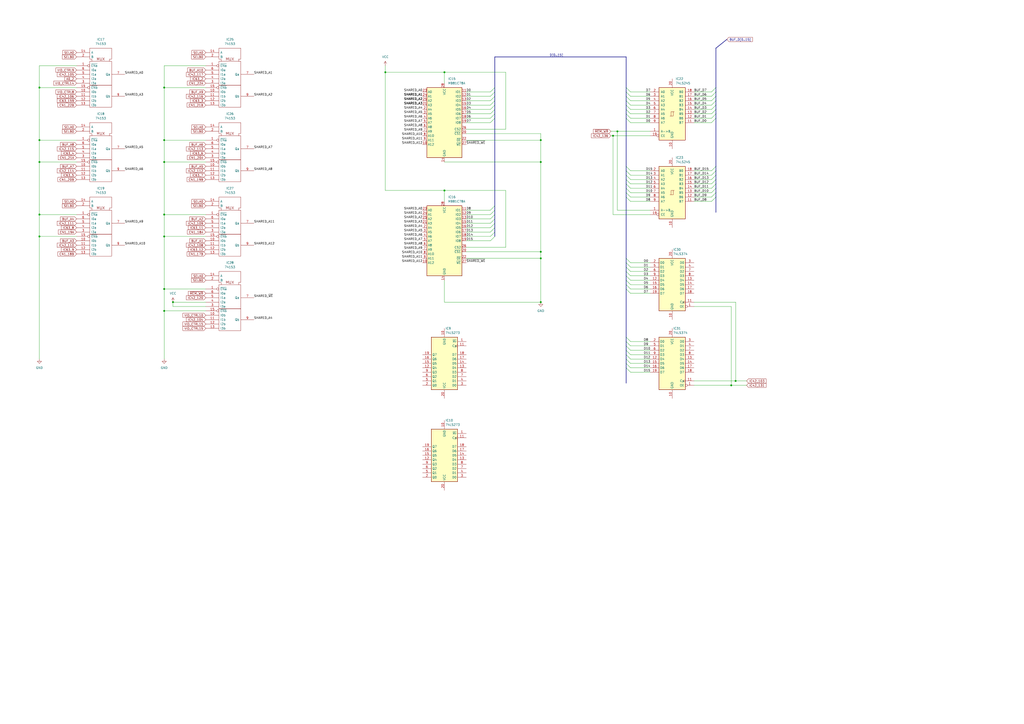
<source format=kicad_sch>
(kicad_sch (version 20211123) (generator eeschema)
  (paper "A2")
  (lib_symbols
    (symbol "74xx:74LS245" (pin_names (offset 1.016))
      (property "Reference" "U" (at -7.62 16.51 0))
      (property "Value" "74LS245" (at -7.62 -16.51 0))
      (symbol "74LS245_1_0"
        (polyline (pts (xy -0.635 -1.27) (xy -0.635 1.27) (xy 0.635 1.27)))
        (polyline (pts (xy -1.27 -1.27) (xy 0.635 -1.27) (xy 0.635 1.27) (xy 1.27 1.27)))
        (pin input line (at -12.7 -10.16 0) (length 5.08) (name "A->B") (number "1"))
        (pin power_in line (at 0 -20.32 90) (length 5.08) (name "GND") (number "10"))
        (pin tri_state line (at 12.7 -5.08 180) (length 5.08) (name "B7") (number "11"))
        (pin tri_state line (at 12.7 -2.54 180) (length 5.08) (name "B6") (number "12"))
        (pin tri_state line (at 12.7 0 180) (length 5.08) (name "B5") (number "13"))
        (pin tri_state line (at 12.7 2.54 180) (length 5.08) (name "B4") (number "14"))
        (pin tri_state line (at 12.7 5.08 180) (length 5.08) (name "B3") (number "15"))
        (pin tri_state line (at 12.7 7.62 180) (length 5.08) (name "B2") (number "16"))
        (pin tri_state line (at 12.7 10.16 180) (length 5.08) (name "B1") (number "17"))
        (pin tri_state line (at 12.7 12.7 180) (length 5.08) (name "B0") (number "18"))
        (pin input inverted (at -12.7 -12.7 0) (length 5.08) (name "CE") (number "19"))
        (pin tri_state line (at -12.7 12.7 0) (length 5.08) (name "A0") (number "2"))
        (pin power_in line (at 0 20.32 270) (length 5.08) (name "VCC") (number "20"))
        (pin tri_state line (at -12.7 10.16 0) (length 5.08) (name "A1") (number "3"))
        (pin tri_state line (at -12.7 7.62 0) (length 5.08) (name "A2") (number "4"))
        (pin tri_state line (at -12.7 5.08 0) (length 5.08) (name "A3") (number "5"))
        (pin tri_state line (at -12.7 2.54 0) (length 5.08) (name "A4") (number "6"))
        (pin tri_state line (at -12.7 0 0) (length 5.08) (name "A5") (number "7"))
        (pin tri_state line (at -12.7 -2.54 0) (length 5.08) (name "A6") (number "8"))
        (pin tri_state line (at -12.7 -5.08 0) (length 5.08) (name "A7") (number "9"))
      )
      (symbol "74LS245_1_1"
        (rectangle (start -7.62 15.24) (end 7.62 -15.24) (stroke (width 0.254)) (fill (type background)))
      )
    )
    (symbol "74xx:74LS273"
      (property "Reference" "U" (at -7.62 16.51 0))
      (property "Value" "74LS273" (at -7.62 -16.51 0))
      (symbol "74LS273_1_0"
        (pin input line (at -12.7 -12.7 0) (length 5.08) (name "~{Mr}") (number "1"))
        (pin power_in line (at 0 -20.32 90) (length 5.08) (name "GND") (number "10"))
        (pin input clock (at -12.7 -10.16 0) (length 5.08) (name "Cp") (number "11"))
        (pin output line (at 12.7 2.54 180) (length 5.08) (name "Q4") (number "12"))
        (pin input line (at -12.7 2.54 0) (length 5.08) (name "D4") (number "13"))
        (pin input line (at -12.7 0 0) (length 5.08) (name "D5") (number "14"))
        (pin output line (at 12.7 0 180) (length 5.08) (name "Q5") (number "15"))
        (pin output line (at 12.7 -2.54 180) (length 5.08) (name "Q6") (number "16"))
        (pin input line (at -12.7 -2.54 0) (length 5.08) (name "D6") (number "17"))
        (pin input line (at -12.7 -5.08 0) (length 5.08) (name "D7") (number "18"))
        (pin output line (at 12.7 -5.08 180) (length 5.08) (name "Q7") (number "19"))
        (pin output line (at 12.7 12.7 180) (length 5.08) (name "Q0") (number "2"))
        (pin power_in line (at 0 20.32 270) (length 5.08) (name "VCC") (number "20"))
        (pin input line (at -12.7 12.7 0) (length 5.08) (name "D0") (number "3"))
        (pin input line (at -12.7 10.16 0) (length 5.08) (name "D1") (number "4"))
        (pin output line (at 12.7 10.16 180) (length 5.08) (name "Q1") (number "5"))
        (pin output line (at 12.7 7.62 180) (length 5.08) (name "Q2") (number "6"))
        (pin input line (at -12.7 7.62 0) (length 5.08) (name "D2") (number "7"))
        (pin input line (at -12.7 5.08 0) (length 5.08) (name "D3") (number "8"))
        (pin output line (at 12.7 5.08 180) (length 5.08) (name "Q3") (number "9"))
      )
      (symbol "74LS273_1_1"
        (rectangle (start -7.62 15.24) (end 7.62 -15.24) (stroke (width 0.254)) (fill (type background)))
      )
    )
    (symbol "74xx:74LS374"
      (property "Reference" "U" (at -7.62 16.51 0))
      (property "Value" "74LS374" (at -7.62 -16.51 0))
      (symbol "74LS374_1_0"
        (pin input inverted (at -12.7 -12.7 0) (length 5.08) (name "OE") (number "1"))
        (pin power_in line (at 0 -20.32 90) (length 5.08) (name "GND") (number "10"))
        (pin input clock (at -12.7 -10.16 0) (length 5.08) (name "Cp") (number "11"))
        (pin tri_state line (at 12.7 2.54 180) (length 5.08) (name "O4") (number "12"))
        (pin input line (at -12.7 2.54 0) (length 5.08) (name "D4") (number "13"))
        (pin input line (at -12.7 0 0) (length 5.08) (name "D5") (number "14"))
        (pin tri_state line (at 12.7 0 180) (length 5.08) (name "O5") (number "15"))
        (pin tri_state line (at 12.7 -2.54 180) (length 5.08) (name "O6") (number "16"))
        (pin input line (at -12.7 -2.54 0) (length 5.08) (name "D6") (number "17"))
        (pin input line (at -12.7 -5.08 0) (length 5.08) (name "D7") (number "18"))
        (pin tri_state line (at 12.7 -5.08 180) (length 5.08) (name "O7") (number "19"))
        (pin tri_state line (at 12.7 12.7 180) (length 5.08) (name "O0") (number "2"))
        (pin power_in line (at 0 20.32 270) (length 5.08) (name "VCC") (number "20"))
        (pin input line (at -12.7 12.7 0) (length 5.08) (name "D0") (number "3"))
        (pin input line (at -12.7 10.16 0) (length 5.08) (name "D1") (number "4"))
        (pin tri_state line (at 12.7 10.16 180) (length 5.08) (name "O1") (number "5"))
        (pin tri_state line (at 12.7 7.62 180) (length 5.08) (name "O2") (number "6"))
        (pin input line (at -12.7 7.62 0) (length 5.08) (name "D2") (number "7"))
        (pin input line (at -12.7 5.08 0) (length 5.08) (name "D3") (number "8"))
        (pin tri_state line (at 12.7 5.08 180) (length 5.08) (name "O3") (number "9"))
      )
      (symbol "74LS374_1_1"
        (rectangle (start -7.62 15.24) (end 7.62 -15.24) (stroke (width 0.254)) (fill (type background)))
      )
    )
    (symbol "74xx_IEEE:74153" (pin_names (offset 0.762))
      (property "Reference" "U" (at 7.62 20.32 0))
      (property "Value" "74153" (at 3.81 -16.51 0))
      (symbol "74153_0_0"
        (rectangle (start -6.35 -2.54) (end 6.35 -15.24))
        (rectangle (start -6.35 11.43) (end 6.35 -2.54))
        (polyline (pts (xy -5.08 11.43) (xy -5.08 12.7) (xy -6.35 12.7) (xy -6.35 19.05) (xy 6.35 19.05) (xy 6.35 12.7) (xy 5.08 12.7) (xy 5.08 11.43) (xy 5.08 11.43)))
        (text "MUX" (at 0 12.7 0) (effects (font (size 1.524 1.524))))
        (pin power_in line (at 5.08 19.05 270) (length 0) hide (name "VCC") (number "16"))
        (pin power_in line (at 0 19.05 270) (length 0) hide (name "GND") (number "8"))
      )
      (symbol "74153_1_1"
        (pin input inverted (at -13.97 8.89 0) (length 7.62) (name "~{ENa}") (number "1"))
        (pin input line (at -13.97 -6.35 0) (length 7.62) (name "I0b") (number "10"))
        (pin input line (at -13.97 -8.89 0) (length 7.62) (name "I1b") (number "11"))
        (pin input line (at -13.97 -11.43 0) (length 7.62) (name "I2b") (number "12"))
        (pin input line (at -13.97 -13.97 0) (length 7.62) (name "I3b") (number "13"))
        (pin input line (at -13.97 16.51 0) (length 7.62) (name "A") (number "14"))
        (pin input inverted (at -13.97 -3.81 0) (length 7.62) (name "~{ENb}") (number "15"))
        (pin input line (at -13.97 13.97 0) (length 7.62) (name "B") (number "2"))
        (pin input line (at -13.97 -1.27 0) (length 7.62) (name "I3a") (number "3"))
        (pin input line (at -13.97 1.27 0) (length 7.62) (name "I2a") (number "4"))
        (pin input line (at -13.97 3.81 0) (length 7.62) (name "I1a") (number "5"))
        (pin input line (at -13.97 6.35 0) (length 7.62) (name "I0a") (number "6"))
        (pin output line (at 13.97 3.81 180) (length 7.62) (name "Qa") (number "7"))
        (pin output line (at 13.97 -8.89 180) (length 7.62) (name "Qb") (number "9"))
      )
    )
    (symbol "Irem:MB81C78A"
      (property "Reference" "U" (at -10.16 20.955 0))
      (property "Value" "MB81C78A" (at 8.89 21.59 0))
      (symbol "MB81C78A_0_0"
        (pin power_in line (at 0 -22.86 90) (length 2.54) (name "GND") (number "14"))
        (pin power_in line (at 0 22.86 270) (length 2.54) (name "VCC") (number "28"))
      )
      (symbol "MB81C78A_0_1"
        (rectangle (start -10.16 20.32) (end 10.16 -20.32) (stroke (width 0.254)) (fill (type background)))
      )
      (symbol "MB81C78A_1_1"
        (pin no_connect line (at -12.7 -17.78 0) (length 2.54) hide (name "NC") (number "1"))
        (pin input line (at -12.7 -12.7 0) (length 2.54) (name "A12") (number "10"))
        (pin tri_state line (at 12.7 17.78 180) (length 2.54) (name "IO1") (number "11"))
        (pin tri_state line (at 12.7 15.24 180) (length 2.54) (name "IO2") (number "12"))
        (pin tri_state line (at 12.7 12.7 180) (length 2.54) (name "IO3") (number "13"))
        (pin tri_state line (at 12.7 10.16 180) (length 2.54) (name "IO4") (number "15"))
        (pin tri_state line (at 12.7 7.62 180) (length 2.54) (name "IO5") (number "16"))
        (pin tri_state line (at 12.7 5.08 180) (length 2.54) (name "IO6") (number "17"))
        (pin tri_state line (at 12.7 2.54 180) (length 2.54) (name "IO7") (number "18"))
        (pin tri_state line (at 12.7 0 180) (length 2.54) (name "IO8") (number "19"))
        (pin input line (at -12.7 7.62 0) (length 2.54) (name "A4") (number "2"))
        (pin input line (at 12.7 -6.35 180) (length 2.54) (name "~{CS1}") (number "20"))
        (pin input line (at -12.7 10.16 0) (length 2.54) (name "A3") (number "21"))
        (pin input line (at 12.7 -10.16 180) (length 2.54) (name "~{OE}") (number "22"))
        (pin input line (at -12.7 17.78 0) (length 2.54) (name "A0") (number "23"))
        (pin input line (at -12.7 15.24 0) (length 2.54) (name "A1") (number "24"))
        (pin input line (at -12.7 12.7 0) (length 2.54) (name "A2") (number "25"))
        (pin input line (at 12.7 -3.81 180) (length 2.54) (name "CS2") (number "26"))
        (pin input line (at 12.7 -12.7 180) (length 2.54) (name "~{WE}") (number "27"))
        (pin input line (at -12.7 5.08 0) (length 2.54) (name "A5") (number "3"))
        (pin input line (at -12.7 2.54 0) (length 2.54) (name "A6") (number "4"))
        (pin input line (at -12.7 0 0) (length 2.54) (name "A7") (number "5"))
        (pin input line (at -12.7 -2.54 0) (length 2.54) (name "A8") (number "6"))
        (pin input line (at -12.7 -5.08 0) (length 2.54) (name "A9") (number "7"))
        (pin input line (at -12.7 -7.62 0) (length 2.54) (name "A10") (number "8"))
        (pin input line (at -12.7 -10.16 0) (length 2.54) (name "A11") (number "9"))
      )
    )
    (symbol "power:GND" (power) (pin_names (offset 0))
      (property "Value" "GND" (at 0 -3.81 0))
      (symbol "GND_0_1"
        (polyline (pts (xy 0 0) (xy 0 -1.27) (xy 1.27 -1.27) (xy 0 -2.54) (xy -1.27 -1.27) (xy 0 -1.27)))
      )
      (symbol "GND_1_1"
        (pin power_in line (at 0 0 270) (length 0) hide (name "GND") (number "1"))
      )
    )
    (symbol "power:VCC" (power) (pin_names (offset 0))
      (property "Value" "VCC" (at 0 3.81 0))
      (symbol "VCC_0_1"
        (polyline (pts (xy -0.762 1.27) (xy 0 2.54)))
        (polyline (pts (xy 0 0) (xy 0 2.54)))
        (polyline (pts (xy 0 2.54) (xy 0.762 1.27)))
      )
      (symbol "VCC_1_1"
        (pin power_in line (at 0 0 90) (length 0) hide (name "VCC") (number "1"))
      )
    )
  )
  (junction (at 95.25 167.64))
  (junction (at 95.25 137.16))
  (junction (at 95.25 81.28))
  (junction (at 223.52 41.91))
  (junction (at 95.25 124.46))
  (junction (at 313.69 149.86))
  (junction (at 257.81 41.91))
  (junction (at 95.25 50.8))
  (junction (at 22.86 81.28))
  (junction (at 355.6 78.74))
  (junction (at 95.25 180.34))
  (junction (at 313.69 175.26))
  (junction (at 22.86 50.8))
  (junction (at 100.33 175.26))
  (junction (at 257.81 110.49))
  (junction (at 426.72 220.98))
  (junction (at 313.69 146.05))
  (junction (at 313.69 81.28))
  (junction (at 22.86 137.16))
  (junction (at 22.86 124.46))
  (junction (at 22.86 93.98))
  (junction (at 358.14 76.2))
  (junction (at 95.25 93.98))
  (junction (at 313.69 93.98))
  (junction (at 424.18 223.52))
  (bus_entry (at 415.29 111.76) (size -2.54 2.54))
  (bus_entry (at 287.02 68.58) (size -2.54 2.54))
  (bus_entry (at 363.22 99.06) (size 2.54 2.54))
  (bus_entry (at 363.22 53.34) (size 2.54 2.54))
  (bus_entry (at 415.29 55.88) (size -2.54 2.54))
  (bus_entry (at 363.22 55.88) (size 2.54 2.54))
  (bus_entry (at 363.22 154.94) (size 2.54 2.54))
  (bus_entry (at 363.22 162.56) (size 2.54 2.54))
  (bus_entry (at 363.22 203.2) (size 2.54 2.54))
  (bus_entry (at 363.22 210.82) (size 2.54 2.54))
  (bus_entry (at 287.02 55.88) (size -2.54 2.54))
  (bus_entry (at 363.22 160.02) (size 2.54 2.54))
  (bus_entry (at 363.22 198.12) (size 2.54 2.54))
  (bus_entry (at 415.29 99.06) (size -2.54 2.54))
  (bus_entry (at 363.22 149.86) (size 2.54 2.54))
  (bus_entry (at 287.02 66.04) (size -2.54 2.54))
  (bus_entry (at 415.29 104.14) (size -2.54 2.54))
  (bus_entry (at 363.22 200.66) (size 2.54 2.54))
  (bus_entry (at 415.29 60.96) (size -2.54 2.54))
  (bus_entry (at 363.22 165.1) (size 2.54 2.54))
  (bus_entry (at 287.02 124.46) (size -2.54 2.54))
  (bus_entry (at 287.02 50.8) (size -2.54 2.54))
  (bus_entry (at 287.02 63.5) (size -2.54 2.54))
  (bus_entry (at 363.22 152.4) (size 2.54 2.54))
  (bus_entry (at 415.29 106.68) (size -2.54 2.54))
  (bus_entry (at 287.02 127) (size -2.54 2.54))
  (bus_entry (at 363.22 157.48) (size 2.54 2.54))
  (bus_entry (at 415.29 53.34) (size -2.54 2.54))
  (bus_entry (at 363.22 104.14) (size 2.54 2.54))
  (bus_entry (at 287.02 132.08) (size -2.54 2.54))
  (bus_entry (at 415.29 101.6) (size -2.54 2.54))
  (bus_entry (at 363.22 58.42) (size 2.54 2.54))
  (bus_entry (at 415.29 66.04) (size -2.54 2.54))
  (bus_entry (at 287.02 121.92) (size -2.54 2.54))
  (bus_entry (at 363.22 60.96) (size 2.54 2.54))
  (bus_entry (at 415.29 109.22) (size -2.54 2.54))
  (bus_entry (at 363.22 109.22) (size 2.54 2.54))
  (bus_entry (at 287.02 129.54) (size -2.54 2.54))
  (bus_entry (at 287.02 60.96) (size -2.54 2.54))
  (bus_entry (at 363.22 114.3) (size 2.54 2.54))
  (bus_entry (at 415.29 50.8) (size -2.54 2.54))
  (bus_entry (at 363.22 106.68) (size 2.54 2.54))
  (bus_entry (at 415.29 58.42) (size -2.54 2.54))
  (bus_entry (at 415.29 96.52) (size -2.54 2.54))
  (bus_entry (at 287.02 58.42) (size -2.54 2.54))
  (bus_entry (at 415.29 68.58) (size -2.54 2.54))
  (bus_entry (at 363.22 66.04) (size 2.54 2.54))
  (bus_entry (at 287.02 119.38) (size -2.54 2.54))
  (bus_entry (at 363.22 68.58) (size 2.54 2.54))
  (bus_entry (at 363.22 96.52) (size 2.54 2.54))
  (bus_entry (at 363.22 208.28) (size 2.54 2.54))
  (bus_entry (at 363.22 167.64) (size 2.54 2.54))
  (bus_entry (at 363.22 101.6) (size 2.54 2.54))
  (bus_entry (at 363.22 50.8) (size 2.54 2.54))
  (bus_entry (at 363.22 205.74) (size 2.54 2.54))
  (bus_entry (at 363.22 111.76) (size 2.54 2.54))
  (bus_entry (at 415.29 63.5) (size -2.54 2.54))
  (bus_entry (at 287.02 137.16) (size -2.54 2.54))
  (bus_entry (at 363.22 195.58) (size 2.54 2.54))
  (bus_entry (at 363.22 63.5) (size 2.54 2.54))
  (bus_entry (at 363.22 213.36) (size 2.54 2.54))
  (bus_entry (at 415.29 114.3) (size -2.54 2.54))
  (bus_entry (at 287.02 53.34) (size -2.54 2.54))
  (bus_entry (at 287.02 134.62) (size -2.54 2.54))
  (bus (pts (xy 287.02 124.46) (xy 287.02 121.92)))
  (bus (pts (xy 421.64 22.86) (xy 415.29 27.94)))
  (wire (pts (xy 412.75 66.04) (xy 402.59 66.04)))
  (wire (pts (xy 355.6 124.46) (xy 355.6 78.74)))
  (wire (pts (xy 412.75 104.14) (xy 402.59 104.14)))
  (wire (pts (xy 412.75 114.3) (xy 402.59 114.3)))
  (bus (pts (xy 415.29 53.34) (xy 415.29 55.88)))
  (wire (pts (xy 354.33 76.2) (xy 358.14 76.2)))
  (wire (pts (xy 313.69 77.47) (xy 313.69 81.28)))
  (wire (pts (xy 284.48 66.04) (xy 270.51 66.04)))
  (wire (pts (xy 365.76 116.84) (xy 377.19 116.84)))
  (wire (pts (xy 365.76 210.82) (xy 377.19 210.82)))
  (bus (pts (xy 287.02 33.02) (xy 363.22 33.02)))
  (wire (pts (xy 365.76 154.94) (xy 377.19 154.94)))
  (wire (pts (xy 270.51 149.86) (xy 313.69 149.86)))
  (wire (pts (xy 313.69 149.86) (xy 313.69 175.26)))
  (wire (pts (xy 270.51 81.28) (xy 313.69 81.28)))
  (bus (pts (xy 363.22 101.6) (xy 363.22 104.14)))
  (wire (pts (xy 365.76 101.6) (xy 377.19 101.6)))
  (wire (pts (xy 358.14 121.92) (xy 358.14 76.2)))
  (bus (pts (xy 415.29 96.52) (xy 415.29 99.06)))
  (wire (pts (xy 377.19 124.46) (xy 355.6 124.46)))
  (wire (pts (xy 284.48 53.34) (xy 270.51 53.34)))
  (bus (pts (xy 287.02 137.16) (xy 287.02 134.62)))
  (bus (pts (xy 363.22 99.06) (xy 363.22 101.6)))
  (wire (pts (xy 119.38 167.64) (xy 95.25 167.64)))
  (wire (pts (xy 284.48 134.62) (xy 270.51 134.62)))
  (bus (pts (xy 287.02 60.96) (xy 287.02 58.42)))
  (wire (pts (xy 412.75 68.58) (xy 402.59 68.58)))
  (wire (pts (xy 402.59 177.8) (xy 424.18 177.8)))
  (wire (pts (xy 426.72 175.26) (xy 426.72 220.98)))
  (wire (pts (xy 284.48 68.58) (xy 270.51 68.58)))
  (bus (pts (xy 287.02 55.88) (xy 287.02 53.34)))
  (wire (pts (xy 44.45 81.28) (xy 22.86 81.28)))
  (wire (pts (xy 313.69 93.98) (xy 313.69 146.05)))
  (wire (pts (xy 293.37 41.91) (xy 257.81 41.91)))
  (wire (pts (xy 365.76 152.4) (xy 377.19 152.4)))
  (bus (pts (xy 415.29 68.58) (xy 415.29 96.52)))
  (wire (pts (xy 365.76 53.34) (xy 377.19 53.34)))
  (bus (pts (xy 363.22 53.34) (xy 363.22 55.88)))
  (bus (pts (xy 415.29 101.6) (xy 415.29 104.14)))
  (wire (pts (xy 365.76 157.48) (xy 377.19 157.48)))
  (bus (pts (xy 363.22 58.42) (xy 363.22 60.96)))
  (bus (pts (xy 415.29 58.42) (xy 415.29 60.96)))
  (wire (pts (xy 412.75 101.6) (xy 402.59 101.6)))
  (bus (pts (xy 363.22 162.56) (xy 363.22 165.1)))
  (wire (pts (xy 22.86 208.28) (xy 22.86 137.16)))
  (bus (pts (xy 363.22 66.04) (xy 363.22 68.58)))
  (wire (pts (xy 95.25 93.98) (xy 95.25 81.28)))
  (wire (pts (xy 270.51 74.93) (xy 293.37 74.93)))
  (wire (pts (xy 95.25 208.28) (xy 95.25 180.34)))
  (wire (pts (xy 365.76 200.66) (xy 377.19 200.66)))
  (bus (pts (xy 363.22 96.52) (xy 363.22 99.06)))
  (wire (pts (xy 426.72 220.98) (xy 402.59 220.98)))
  (bus (pts (xy 363.22 213.36) (xy 363.22 222.25)))
  (bus (pts (xy 363.22 60.96) (xy 363.22 63.5)))
  (bus (pts (xy 415.29 60.96) (xy 415.29 63.5)))
  (wire (pts (xy 365.76 63.5) (xy 377.19 63.5)))
  (bus (pts (xy 287.02 132.08) (xy 287.02 129.54)))
  (bus (pts (xy 415.29 50.8) (xy 415.29 53.34)))
  (wire (pts (xy 119.38 81.28) (xy 95.25 81.28)))
  (wire (pts (xy 365.76 162.56) (xy 377.19 162.56)))
  (bus (pts (xy 363.22 198.12) (xy 363.22 200.66)))
  (bus (pts (xy 363.22 208.28) (xy 363.22 210.82)))
  (wire (pts (xy 355.6 78.74) (xy 377.19 78.74)))
  (wire (pts (xy 365.76 68.58) (xy 377.19 68.58)))
  (wire (pts (xy 223.52 41.91) (xy 223.52 110.49)))
  (wire (pts (xy 412.75 109.22) (xy 402.59 109.22)))
  (bus (pts (xy 363.22 205.74) (xy 363.22 208.28)))
  (wire (pts (xy 44.45 124.46) (xy 22.86 124.46)))
  (wire (pts (xy 119.38 180.34) (xy 95.25 180.34)))
  (bus (pts (xy 363.22 111.76) (xy 363.22 114.3)))
  (bus (pts (xy 415.29 114.3) (xy 415.29 123.19)))
  (wire (pts (xy 223.52 38.1) (xy 223.52 41.91)))
  (wire (pts (xy 293.37 110.49) (xy 257.81 110.49)))
  (wire (pts (xy 424.18 223.52) (xy 433.07 223.52)))
  (bus (pts (xy 415.29 111.76) (xy 415.29 114.3)))
  (bus (pts (xy 363.22 149.86) (xy 363.22 152.4)))
  (bus (pts (xy 363.22 154.94) (xy 363.22 157.48)))
  (bus (pts (xy 415.29 99.06) (xy 415.29 101.6)))
  (wire (pts (xy 257.81 162.56) (xy 257.81 175.26)))
  (wire (pts (xy 412.75 60.96) (xy 402.59 60.96)))
  (wire (pts (xy 22.86 93.98) (xy 22.86 81.28)))
  (bus (pts (xy 363.22 200.66) (xy 363.22 203.2)))
  (wire (pts (xy 44.45 50.8) (xy 22.86 50.8)))
  (wire (pts (xy 365.76 99.06) (xy 377.19 99.06)))
  (wire (pts (xy 424.18 177.8) (xy 424.18 223.52)))
  (wire (pts (xy 257.81 175.26) (xy 313.69 175.26)))
  (wire (pts (xy 412.75 53.34) (xy 402.59 53.34)))
  (wire (pts (xy 365.76 106.68) (xy 377.19 106.68)))
  (wire (pts (xy 402.59 175.26) (xy 426.72 175.26)))
  (wire (pts (xy 365.76 58.42) (xy 377.19 58.42)))
  (wire (pts (xy 284.48 71.12) (xy 270.51 71.12)))
  (bus (pts (xy 363.22 63.5) (xy 363.22 66.04)))
  (wire (pts (xy 365.76 167.64) (xy 377.19 167.64)))
  (wire (pts (xy 313.69 81.28) (xy 313.69 93.98)))
  (wire (pts (xy 95.25 50.8) (xy 95.25 38.1)))
  (wire (pts (xy 270.51 143.51) (xy 293.37 143.51)))
  (bus (pts (xy 287.02 68.58) (xy 287.02 66.04)))
  (wire (pts (xy 412.75 99.06) (xy 402.59 99.06)))
  (wire (pts (xy 257.81 93.98) (xy 313.69 93.98)))
  (wire (pts (xy 365.76 203.2) (xy 377.19 203.2)))
  (wire (pts (xy 284.48 132.08) (xy 270.51 132.08)))
  (wire (pts (xy 257.81 48.26) (xy 257.81 41.91)))
  (bus (pts (xy 363.22 109.22) (xy 363.22 111.76)))
  (wire (pts (xy 284.48 139.7) (xy 270.51 139.7)))
  (bus (pts (xy 415.29 104.14) (xy 415.29 106.68)))
  (wire (pts (xy 22.86 124.46) (xy 22.86 93.98)))
  (wire (pts (xy 284.48 121.92) (xy 270.51 121.92)))
  (wire (pts (xy 365.76 104.14) (xy 377.19 104.14)))
  (wire (pts (xy 44.45 93.98) (xy 22.86 93.98)))
  (bus (pts (xy 415.29 55.88) (xy 415.29 58.42)))
  (wire (pts (xy 365.76 160.02) (xy 377.19 160.02)))
  (wire (pts (xy 95.25 124.46) (xy 95.25 93.98)))
  (wire (pts (xy 270.51 146.05) (xy 313.69 146.05)))
  (bus (pts (xy 363.22 114.3) (xy 363.22 149.86)))
  (wire (pts (xy 22.86 50.8) (xy 22.86 38.1)))
  (bus (pts (xy 363.22 55.88) (xy 363.22 58.42)))
  (wire (pts (xy 365.76 213.36) (xy 377.19 213.36)))
  (wire (pts (xy 365.76 60.96) (xy 377.19 60.96)))
  (bus (pts (xy 287.02 63.5) (xy 287.02 60.96)))
  (wire (pts (xy 257.81 41.91) (xy 223.52 41.91)))
  (bus (pts (xy 287.02 121.92) (xy 287.02 119.38)))
  (wire (pts (xy 95.25 137.16) (xy 95.25 124.46)))
  (wire (pts (xy 284.48 60.96) (xy 270.51 60.96)))
  (wire (pts (xy 365.76 114.3) (xy 377.19 114.3)))
  (wire (pts (xy 284.48 63.5) (xy 270.51 63.5)))
  (wire (pts (xy 412.75 106.68) (xy 402.59 106.68)))
  (bus (pts (xy 287.02 127) (xy 287.02 124.46)))
  (wire (pts (xy 365.76 66.04) (xy 377.19 66.04)))
  (bus (pts (xy 415.29 109.22) (xy 415.29 111.76)))
  (wire (pts (xy 119.38 93.98) (xy 95.25 93.98)))
  (wire (pts (xy 119.38 137.16) (xy 95.25 137.16)))
  (bus (pts (xy 363.22 160.02) (xy 363.22 162.56)))
  (wire (pts (xy 293.37 74.93) (xy 293.37 41.91)))
  (wire (pts (xy 284.48 137.16) (xy 270.51 137.16)))
  (wire (pts (xy 354.33 78.74) (xy 355.6 78.74)))
  (bus (pts (xy 363.22 106.68) (xy 363.22 109.22)))
  (bus (pts (xy 363.22 195.58) (xy 363.22 198.12)))
  (wire (pts (xy 365.76 170.18) (xy 377.19 170.18)))
  (wire (pts (xy 119.38 124.46) (xy 95.25 124.46)))
  (wire (pts (xy 365.76 109.22) (xy 377.19 109.22)))
  (wire (pts (xy 412.75 71.12) (xy 402.59 71.12)))
  (bus (pts (xy 363.22 33.02) (xy 363.22 50.8)))
  (bus (pts (xy 287.02 53.34) (xy 287.02 50.8)))
  (wire (pts (xy 257.81 116.84) (xy 257.81 110.49)))
  (wire (pts (xy 412.75 63.5) (xy 402.59 63.5)))
  (wire (pts (xy 100.33 175.26) (xy 119.38 175.26)))
  (bus (pts (xy 287.02 119.38) (xy 287.02 68.58)))
  (bus (pts (xy 363.22 210.82) (xy 363.22 213.36)))
  (wire (pts (xy 270.51 77.47) (xy 313.69 77.47)))
  (bus (pts (xy 363.22 165.1) (xy 363.22 167.64)))
  (bus (pts (xy 287.02 58.42) (xy 287.02 55.88)))
  (wire (pts (xy 412.75 58.42) (xy 402.59 58.42)))
  (wire (pts (xy 284.48 124.46) (xy 270.51 124.46)))
  (wire (pts (xy 22.86 81.28) (xy 22.86 50.8)))
  (wire (pts (xy 22.86 38.1) (xy 44.45 38.1)))
  (bus (pts (xy 363.22 167.64) (xy 363.22 195.58)))
  (wire (pts (xy 284.48 127) (xy 270.51 127)))
  (bus (pts (xy 415.29 66.04) (xy 415.29 68.58)))
  (wire (pts (xy 22.86 137.16) (xy 22.86 124.46)))
  (wire (pts (xy 412.75 116.84) (xy 402.59 116.84)))
  (wire (pts (xy 95.25 180.34) (xy 95.25 167.64)))
  (wire (pts (xy 313.69 146.05) (xy 313.69 149.86)))
  (bus (pts (xy 415.29 27.94) (xy 415.29 50.8)))
  (wire (pts (xy 95.25 38.1) (xy 119.38 38.1)))
  (wire (pts (xy 95.25 81.28) (xy 95.25 50.8)))
  (wire (pts (xy 365.76 205.74) (xy 377.19 205.74)))
  (wire (pts (xy 44.45 137.16) (xy 22.86 137.16)))
  (bus (pts (xy 363.22 203.2) (xy 363.22 205.74)))
  (wire (pts (xy 119.38 50.8) (xy 95.25 50.8)))
  (bus (pts (xy 363.22 68.58) (xy 363.22 96.52)))
  (wire (pts (xy 95.25 167.64) (xy 95.25 137.16)))
  (wire (pts (xy 365.76 165.1) (xy 377.19 165.1)))
  (wire (pts (xy 412.75 111.76) (xy 402.59 111.76)))
  (wire (pts (xy 284.48 55.88) (xy 270.51 55.88)))
  (wire (pts (xy 358.14 76.2) (xy 377.19 76.2)))
  (wire (pts (xy 412.75 55.88) (xy 402.59 55.88)))
  (wire (pts (xy 377.19 121.92) (xy 358.14 121.92)))
  (bus (pts (xy 287.02 129.54) (xy 287.02 127)))
  (bus (pts (xy 363.22 157.48) (xy 363.22 160.02)))
  (wire (pts (xy 365.76 198.12) (xy 377.19 198.12)))
  (bus (pts (xy 363.22 50.8) (xy 363.22 53.34)))
  (bus (pts (xy 363.22 104.14) (xy 363.22 106.68)))
  (wire (pts (xy 433.07 220.98) (xy 426.72 220.98)))
  (wire (pts (xy 257.81 110.49) (xy 223.52 110.49)))
  (bus (pts (xy 287.02 66.04) (xy 287.02 63.5)))
  (wire (pts (xy 365.76 71.12) (xy 377.19 71.12)))
  (wire (pts (xy 284.48 58.42) (xy 270.51 58.42)))
  (wire (pts (xy 365.76 55.88) (xy 377.19 55.88)))
  (bus (pts (xy 363.22 152.4) (xy 363.22 154.94)))
  (wire (pts (xy 365.76 208.28) (xy 377.19 208.28)))
  (bus (pts (xy 287.02 134.62) (xy 287.02 132.08)))
  (wire (pts (xy 100.33 177.8) (xy 100.33 175.26)))
  (wire (pts (xy 365.76 215.9) (xy 377.19 215.9)))
  (wire (pts (xy 293.37 143.51) (xy 293.37 110.49)))
  (bus (pts (xy 287.02 50.8) (xy 287.02 33.02)))
  (wire (pts (xy 284.48 129.54) (xy 270.51 129.54)))
  (wire (pts (xy 119.38 177.8) (xy 100.33 177.8)))
  (bus (pts (xy 415.29 63.5) (xy 415.29 66.04)))
  (wire (pts (xy 365.76 111.76) (xy 377.19 111.76)))
  (wire (pts (xy 402.59 223.52) (xy 424.18 223.52)))
  (bus (pts (xy 415.29 106.68) (xy 415.29 109.22)))
  (label "D6" (at 374.65 55.88 0))
  (label "D3" (at 374.65 63.5 0))
  (label "SHARED_A3" (at 245.11 60.96 180))
  (label "SHARED_A10" (at 245.11 147.32 180))
  (label "BUF_D2" (at 402.59 66.04 0))
  (label "D8" (at 373.38 198.12 0))
  (label "D15" (at 373.38 215.9 0))
  (label "D1" (at 270.51 55.88 0))
  (label "BUF_D8" (at 402.59 116.84 0))
  (label "D7" (at 374.65 53.34 0))
  (label "D2" (at 270.51 58.42 0))
  (label "D10" (at 373.38 203.2 0))
  (label "SHARED_A4" (at 245.11 132.08 180))
  (label "SHARED_A9" (at 245.11 144.78 180))
  (label "SHARED_A2" (at 245.11 58.42 180))
  (label "BUF_D13" (at 402.59 104.14 0))
  (label "SHARED_A8" (at 147.32 99.06 0))
  (label "SHARED_A0" (at 245.11 121.92 180))
  (label "D9" (at 270.51 124.46 0))
  (label "BUF_D11" (at 402.59 109.22 0))
  (label "BUF_D9" (at 402.59 114.3 0))
  (label "SHARED_A12" (at 147.32 142.24 0))
  (label "D4" (at 373.38 162.56 0))
  (label "BUF_D0" (at 402.59 71.12 0))
  (label "BUF_D1" (at 402.59 68.58 0))
  (label "D14" (at 270.51 137.16 0))
  (label "BUF_D12" (at 402.59 106.68 0))
  (label "SHARED_A6" (at 245.11 137.16 180))
  (label "D6" (at 270.51 68.58 0))
  (label "D11" (at 270.51 129.54 0))
  (label "~{SHARED_WE}" (at 270.51 83.82 0))
  (label "D13" (at 270.51 134.62 0))
  (label "SHARED_A2" (at 147.32 55.88 0))
  (label "BUF_D3" (at 402.59 63.5 0))
  (label "SHARED_A1" (at 245.11 55.88 180))
  (label "D13" (at 373.38 210.82 0))
  (label "~{SHARED_WE}" (at 270.51 152.4 0))
  (label "SHARED_A7" (at 245.11 139.7 180))
  (label "D3" (at 373.38 160.02 0))
  (label "SHARED_A1" (at 147.32 43.18 0))
  (label "SHARED_A8" (at 245.11 142.24 180))
  (label "D14" (at 373.38 213.36 0))
  (label "D6" (at 373.38 167.64 0))
  (label "D12" (at 270.51 132.08 0))
  (label "D15" (at 374.65 99.06 0))
  (label "SHARED_A2" (at 245.11 58.42 180))
  (label "D12" (at 373.38 208.28 0))
  (label "D10" (at 270.51 127 0))
  (label "SHARED_A11" (at 245.11 149.86 180))
  (label "D4" (at 270.51 63.5 0))
  (label "SHARED_A0" (at 245.11 53.34 180))
  (label "SHARED_A8" (at 245.11 73.66 180))
  (label "D1" (at 374.65 68.58 0))
  (label "D15" (at 270.51 139.7 0))
  (label "D3" (at 270.51 60.96 0))
  (label "SHARED_A5" (at 245.11 134.62 180))
  (label "SHARED_A2" (at 245.11 127 180))
  (label "BUF_D15" (at 402.59 99.06 0))
  (label "SHARED_A11" (at 245.11 81.28 180))
  (label "SHARED_A10" (at 245.11 78.74 180))
  (label "SHARED_A4" (at 245.11 63.5 180))
  (label "BUF_D4" (at 402.59 60.96 0))
  (label "SHARED_A6" (at 245.11 68.58 180))
  (label "D14" (at 374.65 101.6 0))
  (label "SHARED_A3" (at 72.39 55.88 0))
  (label "SHARED_A3" (at 245.11 60.96 180))
  (label "SHARED_~{WE}" (at 147.32 172.72 0))
  (label "BUF_D6" (at 402.59 55.88 0))
  (label "D7" (at 270.51 71.12 0))
  (label "SHARED_A11" (at 147.32 129.54 0))
  (label "D5" (at 374.65 58.42 0))
  (label "D0" (at 374.65 71.12 0))
  (label "SHARED_A7" (at 147.32 86.36 0))
  (label "SHARED_A0" (at 72.39 43.18 0))
  (label "D12" (at 374.65 106.68 0))
  (label "SHARED_A12" (at 245.11 83.82 180))
  (label "BUF_D7" (at 402.59 53.34 0))
  (label "D0" (at 373.38 152.4 0))
  (label "D9" (at 373.38 200.66 0))
  (label "D1" (at 373.38 154.94 0))
  (label "D[0..15]" (at 318.77 33.02 0))
  (label "D9" (at 374.65 114.3 0))
  (label "SHARED_A9" (at 245.11 76.2 180))
  (label "SHARED_A10" (at 72.39 142.24 0))
  (label "SHARED_A6" (at 72.39 99.06 0))
  (label "D11" (at 374.65 109.22 0))
  (label "SHARED_A12" (at 245.11 152.4 180))
  (label "BUF_D5" (at 402.59 58.42 0))
  (label "D13" (at 374.65 104.14 0))
  (label "D0" (at 270.51 53.34 0))
  (label "SHARED_A4" (at 147.32 185.42 0))
  (label "SHARED_A5" (at 72.39 86.36 0))
  (label "BUF_D10" (at 402.59 111.76 0))
  (label "D5" (at 373.38 165.1 0))
  (label "SHARED_A3" (at 245.11 129.54 180))
  (label "D11" (at 373.38 205.74 0))
  (label "SHARED_A9" (at 72.39 129.54 0))
  (label "BUF_D14" (at 402.59 101.6 0))
  (label "D2" (at 374.65 66.04 0))
  (label "SHARED_A7" (at 245.11 71.12 180))
  (label "D8" (at 270.51 121.92 0))
  (label "SHARED_A5" (at 245.11 66.04 180))
  (label "D7" (at 373.38 170.18 0))
  (label "D4" (at 374.65 60.96 0))
  (label "D10" (at 374.65 111.76 0))
  (label "D5" (at 270.51 66.04 0))
  (label "SHARED_A1" (at 245.11 55.88 180))
  (label "D8" (at 374.65 116.84 0))
  (label "SHARED_A1" (at 245.11 124.46 180))
  (label "D2" (at 373.38 157.48 0))
  (global_label "SELB0" (shape input) (at 119.38 162.56 180) (property "Intersheet References" "${INTERSHEET_REFS}" (effects hide)))
  (global_label "IC63_11" (shape input) (at 119.38 132.08 180) (property "Intersheet References" "${INTERSHEET_REFS}" (effects hide)))
  (global_label "CN1_17B" (shape input) (at 119.38 147.32 180) (property "Intersheet References" "${INTERSHEET_REFS}" (effects hide)))
  (global_label "IC42_120" (shape input) (at 119.38 172.72 180) (property "Intersheet References" "${INTERSHEET_REFS}" (effects hide)))
  (global_label "SELA0" (shape input) (at 119.38 160.02 180) (property "Intersheet References" "${INTERSHEET_REFS}" (effects hide)))
  (global_label "BUF_A9" (shape input) (at 119.38 53.34 180) (property "Intersheet References" "${INTERSHEET_REFS}" (effects hide)))
  (global_label "VID_CTRL8" (shape input) (at 44.45 53.34 180) (property "Intersheet References" "${INTERSHEET_REFS}" (effects hide)))
  (global_label "IC42_108" (shape input) (at 119.38 142.24 180) (property "Intersheet References" "${INTERSHEET_REFS}" (effects hide)))
  (global_label "IC63_8" (shape input) (at 44.45 132.08 180) (property "Intersheet References" "${INTERSHEET_REFS}" (effects hide)))
  (global_label "VID_CTRL10" (shape input) (at 119.38 182.88 180) (property "Intersheet References" "${INTERSHEET_REFS}" (effects hide)))
  (global_label "SELA0" (shape input) (at 44.45 116.84 180) (property "Intersheet References" "${INTERSHEET_REFS}" (effects hide)))
  (global_label "SELB0" (shape input) (at 119.38 33.02 180) (property "Intersheet References" "${INTERSHEET_REFS}" (effects hide)))
  (global_label "IC63_2" (shape input) (at 119.38 45.72 180) (property "Intersheet References" "${INTERSHEET_REFS}" (effects hide)))
  (global_label "IC63_9" (shape input) (at 44.45 144.78 180) (property "Intersheet References" "${INTERSHEET_REFS}" (effects hide)))
  (global_label "BUF_A6" (shape input) (at 119.38 83.82 180) (property "Intersheet References" "${INTERSHEET_REFS}" (effects hide)))
  (global_label "IC42_106" (shape input) (at 44.45 55.88 180) (property "Intersheet References" "${INTERSHEET_REFS}" (effects hide)))
  (global_label "CN1_21A" (shape input) (at 44.45 91.44 180) (property "Intersheet References" "${INTERSHEET_REFS}" (effects hide)))
  (global_label "CN1_22B" (shape input) (at 44.45 60.96 180) (property "Intersheet References" "${INTERSHEET_REFS}" (effects hide)))
  (global_label "BUF_D[0..15]" (shape input) (at 421.64 22.86 0) (property "Intersheet References" "${INTERSHEET_REFS}" (effects hide)))
  (global_label "IC42_111" (shape input) (at 44.45 129.54 180) (property "Intersheet References" "${INTERSHEET_REFS}" (effects hide)))
  (global_label "BUF_A8" (shape input) (at 44.45 83.82 180) (property "Intersheet References" "${INTERSHEET_REFS}" (effects hide)))
  (global_label "IC42_114" (shape input) (at 44.45 99.06 180) (property "Intersheet References" "${INTERSHEET_REFS}" (effects hide)))
  (global_label "IC63_3" (shape input) (at 119.38 58.42 180) (property "Intersheet References" "${INTERSHEET_REFS}" (effects hide)))
  (global_label "CN1_22A" (shape input) (at 119.38 48.26 180) (property "Intersheet References" "${INTERSHEET_REFS}" (effects hide)))
  (global_label "CN1_21B" (shape input) (at 119.38 60.96 180) (property "Intersheet References" "${INTERSHEET_REFS}" (effects hide)))
  (global_label "CN1_19B" (shape input) (at 119.38 104.14 180) (property "Intersheet References" "${INTERSHEET_REFS}" (effects hide)))
  (global_label "BUF_A1" (shape input) (at 119.38 139.7 180) (property "Intersheet References" "${INTERSHEET_REFS}" (effects hide)))
  (global_label "SELB0" (shape input) (at 119.38 76.2 180) (property "Intersheet References" "${INTERSHEET_REFS}" (effects hide)))
  (global_label "IC63_6" (shape input) (at 119.38 88.9 180) (property "Intersheet References" "${INTERSHEET_REFS}" (effects hide)))
  (global_label "IC63_12" (shape input) (at 119.38 144.78 180) (property "Intersheet References" "${INTERSHEET_REFS}" (effects hide)))
  (global_label "VID_CTRL9" (shape input) (at 44.45 40.64 180) (property "Intersheet References" "${INTERSHEET_REFS}" (effects hide)))
  (global_label "SELA0" (shape input) (at 44.45 73.66 180) (property "Intersheet References" "${INTERSHEET_REFS}" (effects hide)))
  (global_label "SELB0" (shape input) (at 44.45 119.38 180) (property "Intersheet References" "${INTERSHEET_REFS}" (effects hide)))
  (global_label "~{MEM_WR}" (shape input) (at 119.38 170.18 180) (property "Intersheet References" "${INTERSHEET_REFS}" (effects hide)))
  (global_label "BUF_A10" (shape input) (at 119.38 40.64 180) (property "Intersheet References" "${INTERSHEET_REFS}" (effects hide)))
  (global_label "SELB0" (shape input) (at 119.38 119.38 180) (property "Intersheet References" "${INTERSHEET_REFS}" (effects hide)))
  (global_label "IC63_4" (shape input) (at 44.45 88.9 180) (property "Intersheet References" "${INTERSHEET_REFS}" (effects hide)))
  (global_label "IC63_5" (shape input) (at 44.45 101.6 180) (property "Intersheet References" "${INTERSHEET_REFS}" (effects hide)))
  (global_label "~{MEM_WR}" (shape input) (at 354.33 76.2 180) (property "Intersheet References" "${INTERSHEET_REFS}" (effects hide)))
  (global_label "BUF_A4" (shape input) (at 44.45 127 180) (property "Intersheet References" "${INTERSHEET_REFS}" (effects hide)))
  (global_label "VID_CTRL15" (shape input) (at 119.38 190.5 180) (property "Intersheet References" "${INTERSHEET_REFS}" (effects hide)))
  (global_label "CN1_18B" (shape input) (at 44.45 147.32 180) (property "Intersheet References" "${INTERSHEET_REFS}" (effects hide)))
  (global_label "IC42_116" (shape input) (at 119.38 55.88 180) (property "Intersheet References" "${INTERSHEET_REFS}" (effects hide)))
  (global_label "SELA0" (shape input) (at 119.38 73.66 180) (property "Intersheet References" "${INTERSHEET_REFS}" (effects hide)))
  (global_label "CN1_18A" (shape input) (at 119.38 134.62 180) (property "Intersheet References" "${INTERSHEET_REFS}" (effects hide)))
  (global_label "SELA0" (shape input) (at 119.38 116.84 180) (property "Intersheet References" "${INTERSHEET_REFS}" (effects hide)))
  (global_label "SELA0" (shape input) (at 119.38 30.48 180) (property "Intersheet References" "${INTERSHEET_REFS}" (effects hide)))
  (global_label "SELB0" (shape input) (at 44.45 76.2 180) (property "Intersheet References" "${INTERSHEET_REFS}" (effects hide)))
  (global_label "CN1_20B" (shape input) (at 44.45 104.14 180) (property "Intersheet References" "${INTERSHEET_REFS}" (effects hide)))
  (global_label "BUF_A3" (shape input) (at 44.45 139.7 180) (property "Intersheet References" "${INTERSHEET_REFS}" (effects hide)))
  (global_label "IC42_113" (shape input) (at 119.38 86.36 180) (property "Intersheet References" "${INTERSHEET_REFS}" (effects hide)))
  (global_label "IC42_109" (shape input) (at 119.38 129.54 180) (property "Intersheet References" "${INTERSHEET_REFS}" (effects hide)))
  (global_label "IC42_110" (shape input) (at 44.45 142.24 180) (property "Intersheet References" "${INTERSHEET_REFS}" (effects hide)))
  (global_label "IC42_105" (shape input) (at 44.45 43.18 180) (property "Intersheet References" "${INTERSHEET_REFS}" (effects hide)))
  (global_label "CN1_19A" (shape input) (at 44.45 134.62 180) (property "Intersheet References" "${INTERSHEET_REFS}" (effects hide)))
  (global_label "IC42_136" (shape input) (at 354.33 78.74 180) (property "Intersheet References" "${INTERSHEET_REFS}" (effects hide)))
  (global_label "IC63_7" (shape input) (at 119.38 101.6 180) (property "Intersheet References" "${INTERSHEET_REFS}" (effects hide)))
  (global_label "CN1_20A" (shape input) (at 119.38 91.44 180) (property "Intersheet References" "${INTERSHEET_REFS}" (effects hide)))
  (global_label "BUF_A5" (shape input) (at 119.38 96.52 180) (property "Intersheet References" "${INTERSHEET_REFS}" (effects hide)))
  (global_label "VID_CTRL15" (shape input) (at 119.38 187.96 180) (property "Intersheet References" "${INTERSHEET_REFS}" (effects hide)))
  (global_label "BUF_A7" (shape input) (at 44.45 96.52 180) (property "Intersheet References" "${INTERSHEET_REFS}" (effects hide)))
  (global_label "VID_CTRL14" (shape input) (at 44.45 48.26 180) (property "Intersheet References" "${INTERSHEET_REFS}" (effects hide)))
  (global_label "IC42_131" (shape input) (at 433.07 223.52 0) (property "Intersheet References" "${INTERSHEET_REFS}" (effects hide)))
  (global_label "IC42_112" (shape input) (at 119.38 99.06 180) (property "Intersheet References" "${INTERSHEET_REFS}" (effects hide)))
  (global_label "IC42_115" (shape input) (at 44.45 86.36 180) (property "Intersheet References" "${INTERSHEET_REFS}" (effects hide)))
  (global_label "SELA0" (shape input) (at 44.45 30.48 180) (property "Intersheet References" "${INTERSHEET_REFS}" (effects hide)))
  (global_label "SELB0" (shape input) (at 44.45 33.02 180) (property "Intersheet References" "${INTERSHEET_REFS}" (effects hide)))
  (global_label "BUF_A2" (shape input) (at 119.38 127 180) (property "Intersheet References" "${INTERSHEET_REFS}" (effects hide)))
  (global_label "IC63_159" (shape input) (at 44.45 58.42 180) (property "Intersheet References" "${INTERSHEET_REFS}" (effects hide)))
  (global_label "IC42_104" (shape input) (at 119.38 185.42 180) (property "Intersheet References" "${INTERSHEET_REFS}" (effects hide)))
  (global_label "IC42_117" (shape input) (at 119.38 43.18 180) (property "Intersheet References" "${INTERSHEET_REFS}" (effects hide)))
  (global_label "IC42_103" (shape input) (at 433.07 220.98 0) (property "Intersheet References" "${INTERSHEET_REFS}" (effects hide)))
  (global_label "A0_2" (shape input) (at 44.45 45.72 180) (property "Intersheet References" "${INTERSHEET_REFS}" (effects hide)))
  (symbol (lib_id "74xx_IEEE:74153") (at 58.42 46.99 0) (unit 1)
    (property "Reference" "IC17" (at 58.42 22.86 0))
    (property "Value" "74153" (at 58.42 25.4 0))
  )
  (symbol (lib_id "74xx_IEEE:74153") (at 58.42 133.35 0) (unit 1)
    (property "Reference" "IC19" (at 58.42 109.22 0))
    (property "Value" "74153" (at 58.42 111.76 0))
  )
  (symbol (lib_id "74xx:74LS273") (at 257.81 210.82 180) (unit 1)
    (property "Reference" "IC9" (at 258.3306 190.5 0) (effects (justify right)))
    (property "Value" "74LS273" (at 258.3306 193.04 0) (effects (justify right)))
    (property "Datasheet" "http://www.ti.com/lit/gpn/sn74LS273" (effects hide))
  )
  (symbol (lib_id "74xx:74LS245") (at 389.89 66.04 0) (unit 1)
    (property "Reference" "IC22" (at 391.9094 45.72 0) (effects (justify left)))
    (property "Value" "74LS245" (at 391.9094 48.26 0) (effects (justify left)))
    (property "Datasheet" "http://www.ti.com/lit/gpn/sn74LS245" (effects hide))
  )
  (symbol (lib_id "74xx:74LS374") (at 389.89 210.82 0) (mirror y) (unit 1)
    (property "Reference" "IC31" (at 390.4106 190.5 0) (effects (justify right)))
    (property "Value" "74LS374" (at 390.4106 193.04 0) (effects (justify right)))
    (property "Datasheet" "http://www.ti.com/lit/gpn/sn74LS374" (effects hide))
  )
  (symbol (lib_id "Irem:MB81C78A") (at 257.81 71.12 0) (unit 1)
    (property "Reference" "IC15" (at 259.8294 45.72 0) (effects (justify left)))
    (property "Value" "MB81C78A" (at 259.8294 48.26 0) (effects (justify left)))
    (property "Footprint" "Package_DIP:DIP-28_W15.24mm" (effects hide))
  )
  (symbol (lib_id "74xx:74LS273") (at 257.81 264.16 180) (unit 1)
    (property "Reference" "IC10" (at 258.3306 243.84 0) (effects (justify right)))
    (property "Value" "74LS273" (at 258.3306 246.38 0) (effects (justify right)))
    (property "Datasheet" "http://www.ti.com/lit/gpn/sn74LS273" (effects hide))
  )
  (symbol (lib_id "74xx:74LS245") (at 389.89 111.76 0) (unit 1)
    (property "Reference" "IC23" (at 391.9094 91.44 0) (effects (justify left)))
    (property "Value" "74LS245" (at 391.9094 93.98 0) (effects (justify left)))
    (property "Datasheet" "http://www.ti.com/lit/gpn/sn74LS245" (effects hide))
  )
  (symbol (lib_id "74xx_IEEE:74153") (at 133.35 176.53 0) (unit 1)
    (property "Reference" "IC28" (at 133.35 152.4 0))
    (property "Value" "74153" (at 133.35 154.94 0))
  )
  (symbol (lib_id "74xx_IEEE:74153") (at 58.42 90.17 0) (unit 1)
    (property "Reference" "IC18" (at 58.42 66.04 0))
    (property "Value" "74153" (at 58.42 68.58 0))
  )
  (symbol (lib_id "power:GND") (at 313.69 175.26 0) (unit 1)
    (property "Reference" "#PWR?" (effects hide))
    (property "Value" "GND" (at 313.69 180.34 0))
  )
  (symbol (lib_id "74xx_IEEE:74153") (at 133.35 133.35 0) (unit 1)
    (property "Reference" "IC27" (at 133.35 109.22 0))
    (property "Value" "74153" (at 133.35 111.76 0))
  )
  (symbol (lib_id "Irem:MB81C78A") (at 257.81 139.7 0) (unit 1)
    (property "Reference" "IC16" (at 259.8294 114.3 0) (effects (justify left)))
    (property "Value" "MB81C78A" (at 259.8294 116.84 0) (effects (justify left)))
    (property "Footprint" "Package_DIP:DIP-28_W15.24mm" (effects hide))
  )
  (symbol (lib_id "power:GND") (at 95.25 208.28 0) (unit 1)
    (property "Reference" "#PWR?" (effects hide))
    (property "Value" "GND" (at 95.25 213.36 0))
  )
  (symbol (lib_id "74xx_IEEE:74153") (at 133.35 90.17 0) (unit 1)
    (property "Reference" "IC26" (at 133.35 66.04 0))
    (property "Value" "74153" (at 133.35 68.58 0))
  )
  (symbol (lib_id "power:VCC") (at 223.52 38.1 0) (unit 1)
    (property "Reference" "#PWR?" (effects hide))
    (property "Value" "VCC" (at 223.52 33.02 0))
  )
  (symbol (lib_id "power:VCC") (at 100.33 175.26 0) (unit 1)
    (property "Reference" "#PWR?" (effects hide))
    (property "Value" "VCC" (at 100.33 170.18 0))
  )
  (symbol (lib_id "74xx:74LS374") (at 389.89 165.1 0) (mirror y) (unit 1)
    (property "Reference" "IC30" (at 390.4106 144.78 0) (effects (justify right)))
    (property "Value" "74LS374" (at 390.4106 147.32 0) (effects (justify right)))
    (property "Datasheet" "http://www.ti.com/lit/gpn/sn74LS374" (effects hide))
  )
  (symbol (lib_id "power:GND") (at 22.86 208.28 0) (unit 1)
    (property "Reference" "#PWR?" (effects hide))
    (property "Value" "GND" (at 22.86 213.36 0))
  )
  (symbol (lib_id "74xx_IEEE:74153") (at 133.35 46.99 0) (unit 1)
    (property "Reference" "IC25" (at 133.35 22.86 0))
    (property "Value" "74153" (at 133.35 25.4 0))
  )
)
</source>
